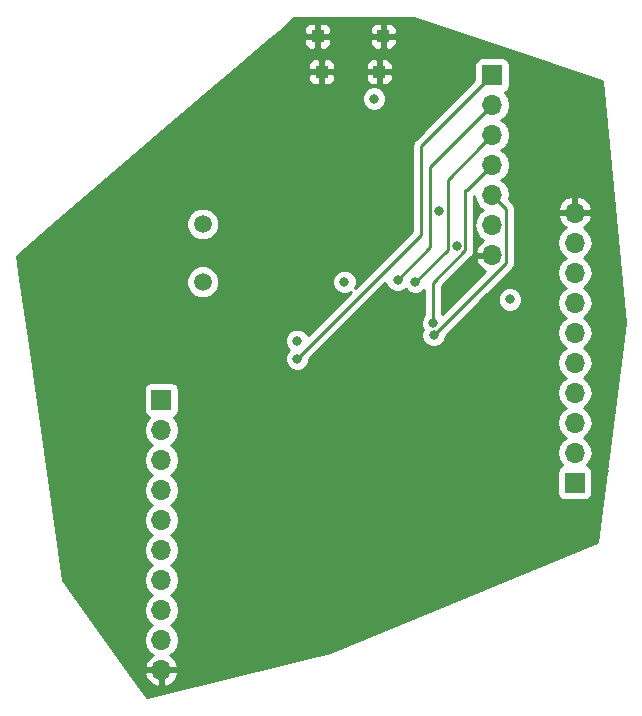
<source format=gbr>
G04 #@! TF.GenerationSoftware,KiCad,Pcbnew,5.0.0+dfsg1-2*
G04 #@! TF.CreationDate,2018-10-17T02:30:28+04:00*
G04 #@! TF.ProjectId,avrUsb,6176725573622E6B696361645F706362,rev?*
G04 #@! TF.SameCoordinates,Original*
G04 #@! TF.FileFunction,Copper,L4,Bot,Signal*
G04 #@! TF.FilePolarity,Positive*
%FSLAX46Y46*%
G04 Gerber Fmt 4.6, Leading zero omitted, Abs format (unit mm)*
G04 Created by KiCad (PCBNEW 5.0.0+dfsg1-2) date Wed Oct 17 02:30:28 2018*
%MOMM*%
%LPD*%
G01*
G04 APERTURE LIST*
G04 #@! TA.AperFunction,ComponentPad*
%ADD10R,1.700000X1.700000*%
G04 #@! TD*
G04 #@! TA.AperFunction,ComponentPad*
%ADD11O,1.700000X1.700000*%
G04 #@! TD*
G04 #@! TA.AperFunction,ComponentPad*
%ADD12R,1.016000X1.016000*%
G04 #@! TD*
G04 #@! TA.AperFunction,ComponentPad*
%ADD13C,1.500000*%
G04 #@! TD*
G04 #@! TA.AperFunction,ViaPad*
%ADD14C,0.800000*%
G04 #@! TD*
G04 #@! TA.AperFunction,Conductor*
%ADD15C,0.250000*%
G04 #@! TD*
G04 #@! TA.AperFunction,Conductor*
%ADD16C,0.254000*%
G04 #@! TD*
G04 APERTURE END LIST*
D10*
G04 #@! TO.P,J1,1*
G04 #@! TO.N,Net-(J1-Pad1)*
X200500000Y-71500000D03*
D11*
G04 #@! TO.P,J1,2*
G04 #@! TO.N,Net-(J1-Pad2)*
X200500000Y-74040000D03*
G04 #@! TO.P,J1,3*
G04 #@! TO.N,Net-(J1-Pad3)*
X200500000Y-76580000D03*
G04 #@! TO.P,J1,4*
G04 #@! TO.N,Net-(J1-Pad4)*
X200500000Y-79120000D03*
G04 #@! TO.P,J1,5*
G04 #@! TO.N,Net-(J1-Pad5)*
X200500000Y-81660000D03*
G04 #@! TO.P,J1,6*
G04 #@! TO.N,VCC*
X200500000Y-84200000D03*
G04 #@! TO.P,J1,7*
G04 #@! TO.N,GND*
X200500000Y-86740000D03*
G04 #@! TD*
D10*
G04 #@! TO.P,J2,1*
G04 #@! TO.N,Net-(J2-Pad1)*
X207500000Y-106000000D03*
D11*
G04 #@! TO.P,J2,2*
G04 #@! TO.N,Net-(J2-Pad2)*
X207500000Y-103460000D03*
G04 #@! TO.P,J2,3*
G04 #@! TO.N,Net-(J2-Pad3)*
X207500000Y-100920000D03*
G04 #@! TO.P,J2,4*
G04 #@! TO.N,Net-(J2-Pad4)*
X207500000Y-98380000D03*
G04 #@! TO.P,J2,5*
G04 #@! TO.N,Net-(J2-Pad5)*
X207500000Y-95840000D03*
G04 #@! TO.P,J2,6*
G04 #@! TO.N,Net-(J2-Pad6)*
X207500000Y-93300000D03*
G04 #@! TO.P,J2,7*
G04 #@! TO.N,Net-(J2-Pad7)*
X207500000Y-90760000D03*
G04 #@! TO.P,J2,8*
G04 #@! TO.N,Net-(J2-Pad8)*
X207500000Y-88220000D03*
G04 #@! TO.P,J2,9*
G04 #@! TO.N,VCC*
X207500000Y-85680000D03*
G04 #@! TO.P,J2,10*
G04 #@! TO.N,GND*
X207500000Y-83140000D03*
G04 #@! TD*
G04 #@! TO.P,J3,10*
G04 #@! TO.N,GND*
X172500000Y-121860000D03*
G04 #@! TO.P,J3,9*
G04 #@! TO.N,VCC*
X172500000Y-119320000D03*
G04 #@! TO.P,J3,8*
G04 #@! TO.N,Net-(J3-Pad8)*
X172500000Y-116780000D03*
G04 #@! TO.P,J3,7*
G04 #@! TO.N,Net-(J3-Pad7)*
X172500000Y-114240000D03*
G04 #@! TO.P,J3,6*
G04 #@! TO.N,Net-(J3-Pad6)*
X172500000Y-111700000D03*
G04 #@! TO.P,J3,5*
G04 #@! TO.N,Net-(J3-Pad5)*
X172500000Y-109160000D03*
G04 #@! TO.P,J3,4*
G04 #@! TO.N,Net-(J3-Pad4)*
X172500000Y-106620000D03*
G04 #@! TO.P,J3,3*
G04 #@! TO.N,Net-(J3-Pad3)*
X172500000Y-104080000D03*
G04 #@! TO.P,J3,2*
G04 #@! TO.N,Net-(J3-Pad2)*
X172500000Y-101540000D03*
D10*
G04 #@! TO.P,J3,1*
G04 #@! TO.N,Net-(J3-Pad1)*
X172500000Y-99000000D03*
G04 #@! TD*
D12*
G04 #@! TO.P,X1,SPRT@1*
G04 #@! TO.N,GND*
X191274950Y-68200021D03*
G04 #@! TO.P,X1,SPRT@2*
X185725050Y-68200021D03*
G04 #@! TO.P,X1,SPRT@3*
X190925700Y-71229987D03*
G04 #@! TO.P,X1,SPRT@4*
X186074300Y-71229987D03*
G04 #@! TD*
D13*
G04 #@! TO.P,Y1,1*
G04 #@! TO.N,Net-(C1-Pad2)*
X176000000Y-89000000D03*
G04 #@! TO.P,Y1,2*
G04 #@! TO.N,Net-(C2-Pad2)*
X176000000Y-84120000D03*
G04 #@! TD*
D14*
G04 #@! TO.N,GND*
X189000000Y-93500000D03*
X189000000Y-95500000D03*
X191500000Y-95500000D03*
X191500000Y-93500000D03*
X174500000Y-87000000D03*
X171000000Y-87000000D03*
X161500000Y-87000000D03*
X185500000Y-90000000D03*
X180000000Y-88000000D03*
X170000000Y-100500000D03*
X170000000Y-107500000D03*
X170000000Y-116500000D03*
X170000000Y-110000000D03*
X170000000Y-121000000D03*
X210000000Y-105000000D03*
X210500000Y-97000000D03*
X209500000Y-89000000D03*
X210000000Y-84500000D03*
X209500000Y-81000000D03*
X195000000Y-71500000D03*
X183000000Y-72000000D03*
X182500000Y-84500000D03*
X176500000Y-94000000D03*
X173500000Y-93000000D03*
X172000000Y-94500000D03*
X175000000Y-95500000D03*
X185000000Y-84500000D03*
X185000000Y-82000000D03*
X185000000Y-78500000D03*
X185000000Y-75500000D03*
X185000000Y-74500000D03*
X194000000Y-76500000D03*
X192500000Y-76500000D03*
X193000000Y-78500000D03*
X193000000Y-81000000D03*
X193000000Y-83000000D03*
X196000000Y-83000000D03*
X197500000Y-86000000D03*
X192000000Y-108000000D03*
X195500000Y-108000000D03*
X198000000Y-110000000D03*
X196000000Y-114000000D03*
X192500000Y-114500000D03*
X191000000Y-112500000D03*
X198000000Y-89000000D03*
X203500000Y-93500000D03*
X205000000Y-92000000D03*
X205000000Y-94500000D03*
X196500000Y-100500000D03*
X199000000Y-100500000D03*
X202500000Y-100000000D03*
X204500000Y-101500000D03*
X202500000Y-102000000D03*
X199500000Y-102000000D03*
X198000000Y-104500000D03*
X202500000Y-105000000D03*
X201000000Y-104500000D03*
X204000000Y-104500000D03*
X199500000Y-93500000D03*
X198000000Y-93500000D03*
X200500000Y-93000000D03*
X176500000Y-100000000D03*
X175000000Y-102500000D03*
X175500000Y-105500000D03*
X178500000Y-103000000D03*
X175500000Y-107500000D03*
X175000000Y-110500000D03*
X175000000Y-113000000D03*
X181000000Y-112500000D03*
X185500000Y-109000000D03*
X188000000Y-105000000D03*
X190000000Y-105000000D03*
X186000000Y-110000000D03*
X185000000Y-114500000D03*
X205000000Y-86500000D03*
X203500000Y-82500000D03*
X203500000Y-87500000D03*
X204500000Y-89500000D03*
G04 #@! TO.N,VCC*
X190500000Y-73500000D03*
X188000000Y-89000000D03*
X184000000Y-94000000D03*
X202000000Y-90500000D03*
G04 #@! TO.N,Net-(J1-Pad1)*
X184000000Y-95500000D03*
G04 #@! TO.N,Net-(J1-Pad2)*
X192491718Y-88850921D03*
G04 #@! TO.N,Net-(J1-Pad3)*
X194000000Y-89000000D03*
G04 #@! TO.N,Net-(J1-Pad4)*
X195500000Y-92500000D03*
G04 #@! TO.N,Net-(J1-Pad5)*
X195553435Y-93498573D03*
G04 #@! TD*
D15*
G04 #@! TO.N,Net-(J1-Pad1)*
X194500000Y-77500000D02*
X200500000Y-71500000D01*
X184000000Y-95500000D02*
X194500000Y-85000000D01*
X194500000Y-85000000D02*
X194500000Y-77500000D01*
G04 #@! TO.N,Net-(J1-Pad2)*
X199650001Y-74889999D02*
X200500000Y-74040000D01*
X195274999Y-79265001D02*
X199650001Y-74889999D01*
X195274999Y-86067640D02*
X195274999Y-79265001D01*
X192491718Y-88850921D02*
X195274999Y-86067640D01*
G04 #@! TO.N,Net-(J1-Pad3)*
X199650001Y-77429999D02*
X200500000Y-76580000D01*
X196725001Y-86274999D02*
X196725001Y-80354999D01*
X196725001Y-80354999D02*
X199650001Y-77429999D01*
X194000000Y-89000000D02*
X196725001Y-86274999D01*
G04 #@! TO.N,Net-(J1-Pad4)*
X198225001Y-86348001D02*
X198225001Y-81225001D01*
X195500000Y-92500000D02*
X195500000Y-89073002D01*
X195500000Y-89073002D02*
X198225001Y-86348001D01*
X198394999Y-81225001D02*
X200500000Y-79120000D01*
X198225001Y-81225001D02*
X198394999Y-81225001D01*
G04 #@! TO.N,Net-(J1-Pad5)*
X201349999Y-82509999D02*
X200500000Y-81660000D01*
X201675001Y-82835001D02*
X201349999Y-82509999D01*
X201675001Y-87398001D02*
X201675001Y-82835001D01*
X195574429Y-93498573D02*
X201675001Y-87398001D01*
X195553435Y-93498573D02*
X195574429Y-93498573D01*
G04 #@! TD*
D16*
G04 #@! TO.N,GND*
G36*
X209837017Y-72027411D02*
X211785566Y-92487184D01*
X209349610Y-111000458D01*
X186777179Y-120323855D01*
X171296775Y-124193956D01*
X169884586Y-122216890D01*
X171058524Y-122216890D01*
X171228355Y-122626924D01*
X171618642Y-123055183D01*
X172143108Y-123301486D01*
X172373000Y-123180819D01*
X172373000Y-121987000D01*
X172627000Y-121987000D01*
X172627000Y-123180819D01*
X172856892Y-123301486D01*
X173381358Y-123055183D01*
X173771645Y-122626924D01*
X173941476Y-122216890D01*
X173820155Y-121987000D01*
X172627000Y-121987000D01*
X172373000Y-121987000D01*
X171179845Y-121987000D01*
X171058524Y-122216890D01*
X169884586Y-122216890D01*
X164178380Y-114228202D01*
X162365780Y-101540000D01*
X170985908Y-101540000D01*
X171101161Y-102119418D01*
X171429375Y-102610625D01*
X171727761Y-102810000D01*
X171429375Y-103009375D01*
X171101161Y-103500582D01*
X170985908Y-104080000D01*
X171101161Y-104659418D01*
X171429375Y-105150625D01*
X171727761Y-105350000D01*
X171429375Y-105549375D01*
X171101161Y-106040582D01*
X170985908Y-106620000D01*
X171101161Y-107199418D01*
X171429375Y-107690625D01*
X171727761Y-107890000D01*
X171429375Y-108089375D01*
X171101161Y-108580582D01*
X170985908Y-109160000D01*
X171101161Y-109739418D01*
X171429375Y-110230625D01*
X171727761Y-110430000D01*
X171429375Y-110629375D01*
X171101161Y-111120582D01*
X170985908Y-111700000D01*
X171101161Y-112279418D01*
X171429375Y-112770625D01*
X171727761Y-112970000D01*
X171429375Y-113169375D01*
X171101161Y-113660582D01*
X170985908Y-114240000D01*
X171101161Y-114819418D01*
X171429375Y-115310625D01*
X171727761Y-115510000D01*
X171429375Y-115709375D01*
X171101161Y-116200582D01*
X170985908Y-116780000D01*
X171101161Y-117359418D01*
X171429375Y-117850625D01*
X171727761Y-118050000D01*
X171429375Y-118249375D01*
X171101161Y-118740582D01*
X170985908Y-119320000D01*
X171101161Y-119899418D01*
X171429375Y-120390625D01*
X171748478Y-120603843D01*
X171618642Y-120664817D01*
X171228355Y-121093076D01*
X171058524Y-121503110D01*
X171179845Y-121733000D01*
X172373000Y-121733000D01*
X172373000Y-121713000D01*
X172627000Y-121713000D01*
X172627000Y-121733000D01*
X173820155Y-121733000D01*
X173941476Y-121503110D01*
X173771645Y-121093076D01*
X173381358Y-120664817D01*
X173251522Y-120603843D01*
X173570625Y-120390625D01*
X173898839Y-119899418D01*
X174014092Y-119320000D01*
X173898839Y-118740582D01*
X173570625Y-118249375D01*
X173272239Y-118050000D01*
X173570625Y-117850625D01*
X173898839Y-117359418D01*
X174014092Y-116780000D01*
X173898839Y-116200582D01*
X173570625Y-115709375D01*
X173272239Y-115510000D01*
X173570625Y-115310625D01*
X173898839Y-114819418D01*
X174014092Y-114240000D01*
X173898839Y-113660582D01*
X173570625Y-113169375D01*
X173272239Y-112970000D01*
X173570625Y-112770625D01*
X173898839Y-112279418D01*
X174014092Y-111700000D01*
X173898839Y-111120582D01*
X173570625Y-110629375D01*
X173272239Y-110430000D01*
X173570625Y-110230625D01*
X173898839Y-109739418D01*
X174014092Y-109160000D01*
X173898839Y-108580582D01*
X173570625Y-108089375D01*
X173272239Y-107890000D01*
X173570625Y-107690625D01*
X173898839Y-107199418D01*
X174014092Y-106620000D01*
X173898839Y-106040582D01*
X173570625Y-105549375D01*
X173272239Y-105350000D01*
X173570625Y-105150625D01*
X173898839Y-104659418D01*
X174014092Y-104080000D01*
X173898839Y-103500582D01*
X173570625Y-103009375D01*
X173272239Y-102810000D01*
X173570625Y-102610625D01*
X173898839Y-102119418D01*
X174014092Y-101540000D01*
X173898839Y-100960582D01*
X173570625Y-100469375D01*
X173552381Y-100457184D01*
X173597765Y-100448157D01*
X173807809Y-100307809D01*
X173948157Y-100097765D01*
X173997440Y-99850000D01*
X173997440Y-98150000D01*
X173948157Y-97902235D01*
X173807809Y-97692191D01*
X173597765Y-97551843D01*
X173350000Y-97502560D01*
X171650000Y-97502560D01*
X171402235Y-97551843D01*
X171192191Y-97692191D01*
X171051843Y-97902235D01*
X171002560Y-98150000D01*
X171002560Y-99850000D01*
X171051843Y-100097765D01*
X171192191Y-100307809D01*
X171402235Y-100448157D01*
X171447619Y-100457184D01*
X171429375Y-100469375D01*
X171101161Y-100960582D01*
X170985908Y-101540000D01*
X162365780Y-101540000D01*
X161259227Y-93794126D01*
X182965000Y-93794126D01*
X182965000Y-94205874D01*
X183122569Y-94586280D01*
X183286289Y-94750000D01*
X183122569Y-94913720D01*
X182965000Y-95294126D01*
X182965000Y-95705874D01*
X183122569Y-96086280D01*
X183413720Y-96377431D01*
X183794126Y-96535000D01*
X184205874Y-96535000D01*
X184586280Y-96377431D01*
X184877431Y-96086280D01*
X185035000Y-95705874D01*
X185035000Y-95539801D01*
X191474669Y-89100133D01*
X191614287Y-89437201D01*
X191905438Y-89728352D01*
X192285844Y-89885921D01*
X192697592Y-89885921D01*
X193077998Y-89728352D01*
X193171320Y-89635031D01*
X193413720Y-89877431D01*
X193794126Y-90035000D01*
X194205874Y-90035000D01*
X194586280Y-89877431D01*
X194740001Y-89723710D01*
X194740000Y-91796289D01*
X194622569Y-91913720D01*
X194465000Y-92294126D01*
X194465000Y-92705874D01*
X194613253Y-93063788D01*
X194518435Y-93292699D01*
X194518435Y-93704447D01*
X194676004Y-94084853D01*
X194967155Y-94376004D01*
X195347561Y-94533573D01*
X195759309Y-94533573D01*
X196139715Y-94376004D01*
X196430866Y-94084853D01*
X196588435Y-93704447D01*
X196588435Y-93559368D01*
X199853677Y-90294126D01*
X200965000Y-90294126D01*
X200965000Y-90705874D01*
X201122569Y-91086280D01*
X201413720Y-91377431D01*
X201794126Y-91535000D01*
X202205874Y-91535000D01*
X202586280Y-91377431D01*
X202877431Y-91086280D01*
X203035000Y-90705874D01*
X203035000Y-90294126D01*
X202877431Y-89913720D01*
X202586280Y-89622569D01*
X202205874Y-89465000D01*
X201794126Y-89465000D01*
X201413720Y-89622569D01*
X201122569Y-89913720D01*
X200965000Y-90294126D01*
X199853677Y-90294126D01*
X202159474Y-87988330D01*
X202222930Y-87945930D01*
X202303163Y-87825853D01*
X202390905Y-87694539D01*
X202406726Y-87615000D01*
X202435001Y-87472853D01*
X202435001Y-87472849D01*
X202449889Y-87398001D01*
X202435001Y-87323153D01*
X202435001Y-85680000D01*
X205985908Y-85680000D01*
X206101161Y-86259418D01*
X206429375Y-86750625D01*
X206727761Y-86950000D01*
X206429375Y-87149375D01*
X206101161Y-87640582D01*
X205985908Y-88220000D01*
X206101161Y-88799418D01*
X206429375Y-89290625D01*
X206727761Y-89490000D01*
X206429375Y-89689375D01*
X206101161Y-90180582D01*
X205985908Y-90760000D01*
X206101161Y-91339418D01*
X206429375Y-91830625D01*
X206727761Y-92030000D01*
X206429375Y-92229375D01*
X206101161Y-92720582D01*
X205985908Y-93300000D01*
X206101161Y-93879418D01*
X206429375Y-94370625D01*
X206727761Y-94570000D01*
X206429375Y-94769375D01*
X206101161Y-95260582D01*
X205985908Y-95840000D01*
X206101161Y-96419418D01*
X206429375Y-96910625D01*
X206727761Y-97110000D01*
X206429375Y-97309375D01*
X206101161Y-97800582D01*
X205985908Y-98380000D01*
X206101161Y-98959418D01*
X206429375Y-99450625D01*
X206727761Y-99650000D01*
X206429375Y-99849375D01*
X206101161Y-100340582D01*
X205985908Y-100920000D01*
X206101161Y-101499418D01*
X206429375Y-101990625D01*
X206727761Y-102190000D01*
X206429375Y-102389375D01*
X206101161Y-102880582D01*
X205985908Y-103460000D01*
X206101161Y-104039418D01*
X206429375Y-104530625D01*
X206447619Y-104542816D01*
X206402235Y-104551843D01*
X206192191Y-104692191D01*
X206051843Y-104902235D01*
X206002560Y-105150000D01*
X206002560Y-106850000D01*
X206051843Y-107097765D01*
X206192191Y-107307809D01*
X206402235Y-107448157D01*
X206650000Y-107497440D01*
X208350000Y-107497440D01*
X208597765Y-107448157D01*
X208807809Y-107307809D01*
X208948157Y-107097765D01*
X208997440Y-106850000D01*
X208997440Y-105150000D01*
X208948157Y-104902235D01*
X208807809Y-104692191D01*
X208597765Y-104551843D01*
X208552381Y-104542816D01*
X208570625Y-104530625D01*
X208898839Y-104039418D01*
X209014092Y-103460000D01*
X208898839Y-102880582D01*
X208570625Y-102389375D01*
X208272239Y-102190000D01*
X208570625Y-101990625D01*
X208898839Y-101499418D01*
X209014092Y-100920000D01*
X208898839Y-100340582D01*
X208570625Y-99849375D01*
X208272239Y-99650000D01*
X208570625Y-99450625D01*
X208898839Y-98959418D01*
X209014092Y-98380000D01*
X208898839Y-97800582D01*
X208570625Y-97309375D01*
X208272239Y-97110000D01*
X208570625Y-96910625D01*
X208898839Y-96419418D01*
X209014092Y-95840000D01*
X208898839Y-95260582D01*
X208570625Y-94769375D01*
X208272239Y-94570000D01*
X208570625Y-94370625D01*
X208898839Y-93879418D01*
X209014092Y-93300000D01*
X208898839Y-92720582D01*
X208570625Y-92229375D01*
X208272239Y-92030000D01*
X208570625Y-91830625D01*
X208898839Y-91339418D01*
X209014092Y-90760000D01*
X208898839Y-90180582D01*
X208570625Y-89689375D01*
X208272239Y-89490000D01*
X208570625Y-89290625D01*
X208898839Y-88799418D01*
X209014092Y-88220000D01*
X208898839Y-87640582D01*
X208570625Y-87149375D01*
X208272239Y-86950000D01*
X208570625Y-86750625D01*
X208898839Y-86259418D01*
X209014092Y-85680000D01*
X208898839Y-85100582D01*
X208570625Y-84609375D01*
X208251522Y-84396157D01*
X208381358Y-84335183D01*
X208771645Y-83906924D01*
X208941476Y-83496890D01*
X208820155Y-83267000D01*
X207627000Y-83267000D01*
X207627000Y-83287000D01*
X207373000Y-83287000D01*
X207373000Y-83267000D01*
X206179845Y-83267000D01*
X206058524Y-83496890D01*
X206228355Y-83906924D01*
X206618642Y-84335183D01*
X206748478Y-84396157D01*
X206429375Y-84609375D01*
X206101161Y-85100582D01*
X205985908Y-85680000D01*
X202435001Y-85680000D01*
X202435001Y-82909847D01*
X202449889Y-82835000D01*
X202439568Y-82783110D01*
X206058524Y-82783110D01*
X206179845Y-83013000D01*
X207373000Y-83013000D01*
X207373000Y-81819181D01*
X207627000Y-81819181D01*
X207627000Y-83013000D01*
X208820155Y-83013000D01*
X208941476Y-82783110D01*
X208771645Y-82373076D01*
X208381358Y-81944817D01*
X207856892Y-81698514D01*
X207627000Y-81819181D01*
X207373000Y-81819181D01*
X207143108Y-81698514D01*
X206618642Y-81944817D01*
X206228355Y-82373076D01*
X206058524Y-82783110D01*
X202439568Y-82783110D01*
X202435001Y-82760153D01*
X202435001Y-82760149D01*
X202390905Y-82538464D01*
X202222930Y-82287072D01*
X202159471Y-82244670D01*
X201941209Y-82026408D01*
X202014092Y-81660000D01*
X201898839Y-81080582D01*
X201570625Y-80589375D01*
X201272239Y-80390000D01*
X201570625Y-80190625D01*
X201898839Y-79699418D01*
X202014092Y-79120000D01*
X201898839Y-78540582D01*
X201570625Y-78049375D01*
X201272239Y-77850000D01*
X201570625Y-77650625D01*
X201898839Y-77159418D01*
X202014092Y-76580000D01*
X201898839Y-76000582D01*
X201570625Y-75509375D01*
X201272239Y-75310000D01*
X201570625Y-75110625D01*
X201898839Y-74619418D01*
X202014092Y-74040000D01*
X201898839Y-73460582D01*
X201570625Y-72969375D01*
X201552381Y-72957184D01*
X201597765Y-72948157D01*
X201807809Y-72807809D01*
X201948157Y-72597765D01*
X201997440Y-72350000D01*
X201997440Y-70650000D01*
X201948157Y-70402235D01*
X201807809Y-70192191D01*
X201597765Y-70051843D01*
X201350000Y-70002560D01*
X199650000Y-70002560D01*
X199402235Y-70051843D01*
X199192191Y-70192191D01*
X199051843Y-70402235D01*
X199002560Y-70650000D01*
X199002560Y-71922637D01*
X194015528Y-76909671D01*
X193952072Y-76952071D01*
X193909672Y-77015527D01*
X193909671Y-77015528D01*
X193784097Y-77203463D01*
X193725112Y-77500000D01*
X193740001Y-77574852D01*
X193740000Y-84685197D01*
X188904664Y-89520534D01*
X189035000Y-89205874D01*
X189035000Y-88794126D01*
X188877431Y-88413720D01*
X188586280Y-88122569D01*
X188205874Y-87965000D01*
X187794126Y-87965000D01*
X187413720Y-88122569D01*
X187122569Y-88413720D01*
X186965000Y-88794126D01*
X186965000Y-89205874D01*
X187122569Y-89586280D01*
X187413720Y-89877431D01*
X187794126Y-90035000D01*
X188205874Y-90035000D01*
X188520534Y-89904664D01*
X184916693Y-93508506D01*
X184877431Y-93413720D01*
X184586280Y-93122569D01*
X184205874Y-92965000D01*
X183794126Y-92965000D01*
X183413720Y-93122569D01*
X183122569Y-93413720D01*
X182965000Y-93794126D01*
X161259227Y-93794126D01*
X160534995Y-88724506D01*
X174615000Y-88724506D01*
X174615000Y-89275494D01*
X174825853Y-89784540D01*
X175215460Y-90174147D01*
X175724506Y-90385000D01*
X176275494Y-90385000D01*
X176784540Y-90174147D01*
X177174147Y-89784540D01*
X177385000Y-89275494D01*
X177385000Y-88724506D01*
X177174147Y-88215460D01*
X176784540Y-87825853D01*
X176275494Y-87615000D01*
X175724506Y-87615000D01*
X175215460Y-87825853D01*
X174825853Y-88215460D01*
X174615000Y-88724506D01*
X160534995Y-88724506D01*
X160258095Y-86786211D01*
X163702042Y-83844506D01*
X174615000Y-83844506D01*
X174615000Y-84395494D01*
X174825853Y-84904540D01*
X175215460Y-85294147D01*
X175724506Y-85505000D01*
X176275494Y-85505000D01*
X176784540Y-85294147D01*
X177174147Y-84904540D01*
X177385000Y-84395494D01*
X177385000Y-83844506D01*
X177174147Y-83335460D01*
X176784540Y-82945853D01*
X176275494Y-82735000D01*
X175724506Y-82735000D01*
X175215460Y-82945853D01*
X174825853Y-83335460D01*
X174615000Y-83844506D01*
X163702042Y-83844506D01*
X176053706Y-73294126D01*
X189465000Y-73294126D01*
X189465000Y-73705874D01*
X189622569Y-74086280D01*
X189913720Y-74377431D01*
X190294126Y-74535000D01*
X190705874Y-74535000D01*
X191086280Y-74377431D01*
X191377431Y-74086280D01*
X191535000Y-73705874D01*
X191535000Y-73294126D01*
X191377431Y-72913720D01*
X191086280Y-72622569D01*
X190705874Y-72465000D01*
X190294126Y-72465000D01*
X189913720Y-72622569D01*
X189622569Y-72913720D01*
X189465000Y-73294126D01*
X176053706Y-73294126D01*
X178135723Y-71515737D01*
X184931300Y-71515737D01*
X184931300Y-71864297D01*
X185027973Y-72097686D01*
X185206602Y-72276314D01*
X185439991Y-72372987D01*
X185788550Y-72372987D01*
X185947300Y-72214237D01*
X185947300Y-71356987D01*
X186201300Y-71356987D01*
X186201300Y-72214237D01*
X186360050Y-72372987D01*
X186708609Y-72372987D01*
X186941998Y-72276314D01*
X187120627Y-72097686D01*
X187217300Y-71864297D01*
X187217300Y-71515737D01*
X189782700Y-71515737D01*
X189782700Y-71864297D01*
X189879373Y-72097686D01*
X190058002Y-72276314D01*
X190291391Y-72372987D01*
X190639950Y-72372987D01*
X190798700Y-72214237D01*
X190798700Y-71356987D01*
X191052700Y-71356987D01*
X191052700Y-72214237D01*
X191211450Y-72372987D01*
X191560009Y-72372987D01*
X191793398Y-72276314D01*
X191972027Y-72097686D01*
X192068700Y-71864297D01*
X192068700Y-71515737D01*
X191909950Y-71356987D01*
X191052700Y-71356987D01*
X190798700Y-71356987D01*
X189941450Y-71356987D01*
X189782700Y-71515737D01*
X187217300Y-71515737D01*
X187058550Y-71356987D01*
X186201300Y-71356987D01*
X185947300Y-71356987D01*
X185090050Y-71356987D01*
X184931300Y-71515737D01*
X178135723Y-71515737D01*
X179212866Y-70595677D01*
X184931300Y-70595677D01*
X184931300Y-70944237D01*
X185090050Y-71102987D01*
X185947300Y-71102987D01*
X185947300Y-70245737D01*
X186201300Y-70245737D01*
X186201300Y-71102987D01*
X187058550Y-71102987D01*
X187217300Y-70944237D01*
X187217300Y-70595677D01*
X189782700Y-70595677D01*
X189782700Y-70944237D01*
X189941450Y-71102987D01*
X190798700Y-71102987D01*
X190798700Y-70245737D01*
X191052700Y-70245737D01*
X191052700Y-71102987D01*
X191909950Y-71102987D01*
X192068700Y-70944237D01*
X192068700Y-70595677D01*
X191972027Y-70362288D01*
X191793398Y-70183660D01*
X191560009Y-70086987D01*
X191211450Y-70086987D01*
X191052700Y-70245737D01*
X190798700Y-70245737D01*
X190639950Y-70086987D01*
X190291391Y-70086987D01*
X190058002Y-70183660D01*
X189879373Y-70362288D01*
X189782700Y-70595677D01*
X187217300Y-70595677D01*
X187120627Y-70362288D01*
X186941998Y-70183660D01*
X186708609Y-70086987D01*
X186360050Y-70086987D01*
X186201300Y-70245737D01*
X185947300Y-70245737D01*
X185788550Y-70086987D01*
X185439991Y-70086987D01*
X185206602Y-70183660D01*
X185027973Y-70362288D01*
X184931300Y-70595677D01*
X179212866Y-70595677D01*
X181683001Y-68485771D01*
X184582050Y-68485771D01*
X184582050Y-68834331D01*
X184678723Y-69067720D01*
X184857352Y-69246348D01*
X185090741Y-69343021D01*
X185439300Y-69343021D01*
X185598050Y-69184271D01*
X185598050Y-68327021D01*
X185852050Y-68327021D01*
X185852050Y-69184271D01*
X186010800Y-69343021D01*
X186359359Y-69343021D01*
X186592748Y-69246348D01*
X186771377Y-69067720D01*
X186868050Y-68834331D01*
X186868050Y-68485771D01*
X190131950Y-68485771D01*
X190131950Y-68834331D01*
X190228623Y-69067720D01*
X190407252Y-69246348D01*
X190640641Y-69343021D01*
X190989200Y-69343021D01*
X191147950Y-69184271D01*
X191147950Y-68327021D01*
X191401950Y-68327021D01*
X191401950Y-69184271D01*
X191560700Y-69343021D01*
X191909259Y-69343021D01*
X192142648Y-69246348D01*
X192321277Y-69067720D01*
X192417950Y-68834331D01*
X192417950Y-68485771D01*
X192259200Y-68327021D01*
X191401950Y-68327021D01*
X191147950Y-68327021D01*
X190290700Y-68327021D01*
X190131950Y-68485771D01*
X186868050Y-68485771D01*
X186709300Y-68327021D01*
X185852050Y-68327021D01*
X185598050Y-68327021D01*
X184740800Y-68327021D01*
X184582050Y-68485771D01*
X181683001Y-68485771D01*
X182760144Y-67565711D01*
X184582050Y-67565711D01*
X184582050Y-67914271D01*
X184740800Y-68073021D01*
X185598050Y-68073021D01*
X185598050Y-67215771D01*
X185852050Y-67215771D01*
X185852050Y-68073021D01*
X186709300Y-68073021D01*
X186868050Y-67914271D01*
X186868050Y-67565711D01*
X190131950Y-67565711D01*
X190131950Y-67914271D01*
X190290700Y-68073021D01*
X191147950Y-68073021D01*
X191147950Y-67215771D01*
X191401950Y-67215771D01*
X191401950Y-68073021D01*
X192259200Y-68073021D01*
X192417950Y-67914271D01*
X192417950Y-67565711D01*
X192321277Y-67332322D01*
X192142648Y-67153694D01*
X191909259Y-67057021D01*
X191560700Y-67057021D01*
X191401950Y-67215771D01*
X191147950Y-67215771D01*
X190989200Y-67057021D01*
X190640641Y-67057021D01*
X190407252Y-67153694D01*
X190228623Y-67332322D01*
X190131950Y-67565711D01*
X186868050Y-67565711D01*
X186771377Y-67332322D01*
X186592748Y-67153694D01*
X186359359Y-67057021D01*
X186010800Y-67057021D01*
X185852050Y-67215771D01*
X185598050Y-67215771D01*
X185439300Y-67057021D01*
X185090741Y-67057021D01*
X184857352Y-67153694D01*
X184678723Y-67332322D01*
X184582050Y-67565711D01*
X182760144Y-67565711D01*
X183761953Y-66710000D01*
X193884785Y-66710000D01*
X209837017Y-72027411D01*
X209837017Y-72027411D01*
G37*
X209837017Y-72027411D02*
X211785566Y-92487184D01*
X209349610Y-111000458D01*
X186777179Y-120323855D01*
X171296775Y-124193956D01*
X169884586Y-122216890D01*
X171058524Y-122216890D01*
X171228355Y-122626924D01*
X171618642Y-123055183D01*
X172143108Y-123301486D01*
X172373000Y-123180819D01*
X172373000Y-121987000D01*
X172627000Y-121987000D01*
X172627000Y-123180819D01*
X172856892Y-123301486D01*
X173381358Y-123055183D01*
X173771645Y-122626924D01*
X173941476Y-122216890D01*
X173820155Y-121987000D01*
X172627000Y-121987000D01*
X172373000Y-121987000D01*
X171179845Y-121987000D01*
X171058524Y-122216890D01*
X169884586Y-122216890D01*
X164178380Y-114228202D01*
X162365780Y-101540000D01*
X170985908Y-101540000D01*
X171101161Y-102119418D01*
X171429375Y-102610625D01*
X171727761Y-102810000D01*
X171429375Y-103009375D01*
X171101161Y-103500582D01*
X170985908Y-104080000D01*
X171101161Y-104659418D01*
X171429375Y-105150625D01*
X171727761Y-105350000D01*
X171429375Y-105549375D01*
X171101161Y-106040582D01*
X170985908Y-106620000D01*
X171101161Y-107199418D01*
X171429375Y-107690625D01*
X171727761Y-107890000D01*
X171429375Y-108089375D01*
X171101161Y-108580582D01*
X170985908Y-109160000D01*
X171101161Y-109739418D01*
X171429375Y-110230625D01*
X171727761Y-110430000D01*
X171429375Y-110629375D01*
X171101161Y-111120582D01*
X170985908Y-111700000D01*
X171101161Y-112279418D01*
X171429375Y-112770625D01*
X171727761Y-112970000D01*
X171429375Y-113169375D01*
X171101161Y-113660582D01*
X170985908Y-114240000D01*
X171101161Y-114819418D01*
X171429375Y-115310625D01*
X171727761Y-115510000D01*
X171429375Y-115709375D01*
X171101161Y-116200582D01*
X170985908Y-116780000D01*
X171101161Y-117359418D01*
X171429375Y-117850625D01*
X171727761Y-118050000D01*
X171429375Y-118249375D01*
X171101161Y-118740582D01*
X170985908Y-119320000D01*
X171101161Y-119899418D01*
X171429375Y-120390625D01*
X171748478Y-120603843D01*
X171618642Y-120664817D01*
X171228355Y-121093076D01*
X171058524Y-121503110D01*
X171179845Y-121733000D01*
X172373000Y-121733000D01*
X172373000Y-121713000D01*
X172627000Y-121713000D01*
X172627000Y-121733000D01*
X173820155Y-121733000D01*
X173941476Y-121503110D01*
X173771645Y-121093076D01*
X173381358Y-120664817D01*
X173251522Y-120603843D01*
X173570625Y-120390625D01*
X173898839Y-119899418D01*
X174014092Y-119320000D01*
X173898839Y-118740582D01*
X173570625Y-118249375D01*
X173272239Y-118050000D01*
X173570625Y-117850625D01*
X173898839Y-117359418D01*
X174014092Y-116780000D01*
X173898839Y-116200582D01*
X173570625Y-115709375D01*
X173272239Y-115510000D01*
X173570625Y-115310625D01*
X173898839Y-114819418D01*
X174014092Y-114240000D01*
X173898839Y-113660582D01*
X173570625Y-113169375D01*
X173272239Y-112970000D01*
X173570625Y-112770625D01*
X173898839Y-112279418D01*
X174014092Y-111700000D01*
X173898839Y-111120582D01*
X173570625Y-110629375D01*
X173272239Y-110430000D01*
X173570625Y-110230625D01*
X173898839Y-109739418D01*
X174014092Y-109160000D01*
X173898839Y-108580582D01*
X173570625Y-108089375D01*
X173272239Y-107890000D01*
X173570625Y-107690625D01*
X173898839Y-107199418D01*
X174014092Y-106620000D01*
X173898839Y-106040582D01*
X173570625Y-105549375D01*
X173272239Y-105350000D01*
X173570625Y-105150625D01*
X173898839Y-104659418D01*
X174014092Y-104080000D01*
X173898839Y-103500582D01*
X173570625Y-103009375D01*
X173272239Y-102810000D01*
X173570625Y-102610625D01*
X173898839Y-102119418D01*
X174014092Y-101540000D01*
X173898839Y-100960582D01*
X173570625Y-100469375D01*
X173552381Y-100457184D01*
X173597765Y-100448157D01*
X173807809Y-100307809D01*
X173948157Y-100097765D01*
X173997440Y-99850000D01*
X173997440Y-98150000D01*
X173948157Y-97902235D01*
X173807809Y-97692191D01*
X173597765Y-97551843D01*
X173350000Y-97502560D01*
X171650000Y-97502560D01*
X171402235Y-97551843D01*
X171192191Y-97692191D01*
X171051843Y-97902235D01*
X171002560Y-98150000D01*
X171002560Y-99850000D01*
X171051843Y-100097765D01*
X171192191Y-100307809D01*
X171402235Y-100448157D01*
X171447619Y-100457184D01*
X171429375Y-100469375D01*
X171101161Y-100960582D01*
X170985908Y-101540000D01*
X162365780Y-101540000D01*
X161259227Y-93794126D01*
X182965000Y-93794126D01*
X182965000Y-94205874D01*
X183122569Y-94586280D01*
X183286289Y-94750000D01*
X183122569Y-94913720D01*
X182965000Y-95294126D01*
X182965000Y-95705874D01*
X183122569Y-96086280D01*
X183413720Y-96377431D01*
X183794126Y-96535000D01*
X184205874Y-96535000D01*
X184586280Y-96377431D01*
X184877431Y-96086280D01*
X185035000Y-95705874D01*
X185035000Y-95539801D01*
X191474669Y-89100133D01*
X191614287Y-89437201D01*
X191905438Y-89728352D01*
X192285844Y-89885921D01*
X192697592Y-89885921D01*
X193077998Y-89728352D01*
X193171320Y-89635031D01*
X193413720Y-89877431D01*
X193794126Y-90035000D01*
X194205874Y-90035000D01*
X194586280Y-89877431D01*
X194740001Y-89723710D01*
X194740000Y-91796289D01*
X194622569Y-91913720D01*
X194465000Y-92294126D01*
X194465000Y-92705874D01*
X194613253Y-93063788D01*
X194518435Y-93292699D01*
X194518435Y-93704447D01*
X194676004Y-94084853D01*
X194967155Y-94376004D01*
X195347561Y-94533573D01*
X195759309Y-94533573D01*
X196139715Y-94376004D01*
X196430866Y-94084853D01*
X196588435Y-93704447D01*
X196588435Y-93559368D01*
X199853677Y-90294126D01*
X200965000Y-90294126D01*
X200965000Y-90705874D01*
X201122569Y-91086280D01*
X201413720Y-91377431D01*
X201794126Y-91535000D01*
X202205874Y-91535000D01*
X202586280Y-91377431D01*
X202877431Y-91086280D01*
X203035000Y-90705874D01*
X203035000Y-90294126D01*
X202877431Y-89913720D01*
X202586280Y-89622569D01*
X202205874Y-89465000D01*
X201794126Y-89465000D01*
X201413720Y-89622569D01*
X201122569Y-89913720D01*
X200965000Y-90294126D01*
X199853677Y-90294126D01*
X202159474Y-87988330D01*
X202222930Y-87945930D01*
X202303163Y-87825853D01*
X202390905Y-87694539D01*
X202406726Y-87615000D01*
X202435001Y-87472853D01*
X202435001Y-87472849D01*
X202449889Y-87398001D01*
X202435001Y-87323153D01*
X202435001Y-85680000D01*
X205985908Y-85680000D01*
X206101161Y-86259418D01*
X206429375Y-86750625D01*
X206727761Y-86950000D01*
X206429375Y-87149375D01*
X206101161Y-87640582D01*
X205985908Y-88220000D01*
X206101161Y-88799418D01*
X206429375Y-89290625D01*
X206727761Y-89490000D01*
X206429375Y-89689375D01*
X206101161Y-90180582D01*
X205985908Y-90760000D01*
X206101161Y-91339418D01*
X206429375Y-91830625D01*
X206727761Y-92030000D01*
X206429375Y-92229375D01*
X206101161Y-92720582D01*
X205985908Y-93300000D01*
X206101161Y-93879418D01*
X206429375Y-94370625D01*
X206727761Y-94570000D01*
X206429375Y-94769375D01*
X206101161Y-95260582D01*
X205985908Y-95840000D01*
X206101161Y-96419418D01*
X206429375Y-96910625D01*
X206727761Y-97110000D01*
X206429375Y-97309375D01*
X206101161Y-97800582D01*
X205985908Y-98380000D01*
X206101161Y-98959418D01*
X206429375Y-99450625D01*
X206727761Y-99650000D01*
X206429375Y-99849375D01*
X206101161Y-100340582D01*
X205985908Y-100920000D01*
X206101161Y-101499418D01*
X206429375Y-101990625D01*
X206727761Y-102190000D01*
X206429375Y-102389375D01*
X206101161Y-102880582D01*
X205985908Y-103460000D01*
X206101161Y-104039418D01*
X206429375Y-104530625D01*
X206447619Y-104542816D01*
X206402235Y-104551843D01*
X206192191Y-104692191D01*
X206051843Y-104902235D01*
X206002560Y-105150000D01*
X206002560Y-106850000D01*
X206051843Y-107097765D01*
X206192191Y-107307809D01*
X206402235Y-107448157D01*
X206650000Y-107497440D01*
X208350000Y-107497440D01*
X208597765Y-107448157D01*
X208807809Y-107307809D01*
X208948157Y-107097765D01*
X208997440Y-106850000D01*
X208997440Y-105150000D01*
X208948157Y-104902235D01*
X208807809Y-104692191D01*
X208597765Y-104551843D01*
X208552381Y-104542816D01*
X208570625Y-104530625D01*
X208898839Y-104039418D01*
X209014092Y-103460000D01*
X208898839Y-102880582D01*
X208570625Y-102389375D01*
X208272239Y-102190000D01*
X208570625Y-101990625D01*
X208898839Y-101499418D01*
X209014092Y-100920000D01*
X208898839Y-100340582D01*
X208570625Y-99849375D01*
X208272239Y-99650000D01*
X208570625Y-99450625D01*
X208898839Y-98959418D01*
X209014092Y-98380000D01*
X208898839Y-97800582D01*
X208570625Y-97309375D01*
X208272239Y-97110000D01*
X208570625Y-96910625D01*
X208898839Y-96419418D01*
X209014092Y-95840000D01*
X208898839Y-95260582D01*
X208570625Y-94769375D01*
X208272239Y-94570000D01*
X208570625Y-94370625D01*
X208898839Y-93879418D01*
X209014092Y-93300000D01*
X208898839Y-92720582D01*
X208570625Y-92229375D01*
X208272239Y-92030000D01*
X208570625Y-91830625D01*
X208898839Y-91339418D01*
X209014092Y-90760000D01*
X208898839Y-90180582D01*
X208570625Y-89689375D01*
X208272239Y-89490000D01*
X208570625Y-89290625D01*
X208898839Y-88799418D01*
X209014092Y-88220000D01*
X208898839Y-87640582D01*
X208570625Y-87149375D01*
X208272239Y-86950000D01*
X208570625Y-86750625D01*
X208898839Y-86259418D01*
X209014092Y-85680000D01*
X208898839Y-85100582D01*
X208570625Y-84609375D01*
X208251522Y-84396157D01*
X208381358Y-84335183D01*
X208771645Y-83906924D01*
X208941476Y-83496890D01*
X208820155Y-83267000D01*
X207627000Y-83267000D01*
X207627000Y-83287000D01*
X207373000Y-83287000D01*
X207373000Y-83267000D01*
X206179845Y-83267000D01*
X206058524Y-83496890D01*
X206228355Y-83906924D01*
X206618642Y-84335183D01*
X206748478Y-84396157D01*
X206429375Y-84609375D01*
X206101161Y-85100582D01*
X205985908Y-85680000D01*
X202435001Y-85680000D01*
X202435001Y-82909847D01*
X202449889Y-82835000D01*
X202439568Y-82783110D01*
X206058524Y-82783110D01*
X206179845Y-83013000D01*
X207373000Y-83013000D01*
X207373000Y-81819181D01*
X207627000Y-81819181D01*
X207627000Y-83013000D01*
X208820155Y-83013000D01*
X208941476Y-82783110D01*
X208771645Y-82373076D01*
X208381358Y-81944817D01*
X207856892Y-81698514D01*
X207627000Y-81819181D01*
X207373000Y-81819181D01*
X207143108Y-81698514D01*
X206618642Y-81944817D01*
X206228355Y-82373076D01*
X206058524Y-82783110D01*
X202439568Y-82783110D01*
X202435001Y-82760153D01*
X202435001Y-82760149D01*
X202390905Y-82538464D01*
X202222930Y-82287072D01*
X202159471Y-82244670D01*
X201941209Y-82026408D01*
X202014092Y-81660000D01*
X201898839Y-81080582D01*
X201570625Y-80589375D01*
X201272239Y-80390000D01*
X201570625Y-80190625D01*
X201898839Y-79699418D01*
X202014092Y-79120000D01*
X201898839Y-78540582D01*
X201570625Y-78049375D01*
X201272239Y-77850000D01*
X201570625Y-77650625D01*
X201898839Y-77159418D01*
X202014092Y-76580000D01*
X201898839Y-76000582D01*
X201570625Y-75509375D01*
X201272239Y-75310000D01*
X201570625Y-75110625D01*
X201898839Y-74619418D01*
X202014092Y-74040000D01*
X201898839Y-73460582D01*
X201570625Y-72969375D01*
X201552381Y-72957184D01*
X201597765Y-72948157D01*
X201807809Y-72807809D01*
X201948157Y-72597765D01*
X201997440Y-72350000D01*
X201997440Y-70650000D01*
X201948157Y-70402235D01*
X201807809Y-70192191D01*
X201597765Y-70051843D01*
X201350000Y-70002560D01*
X199650000Y-70002560D01*
X199402235Y-70051843D01*
X199192191Y-70192191D01*
X199051843Y-70402235D01*
X199002560Y-70650000D01*
X199002560Y-71922637D01*
X194015528Y-76909671D01*
X193952072Y-76952071D01*
X193909672Y-77015527D01*
X193909671Y-77015528D01*
X193784097Y-77203463D01*
X193725112Y-77500000D01*
X193740001Y-77574852D01*
X193740000Y-84685197D01*
X188904664Y-89520534D01*
X189035000Y-89205874D01*
X189035000Y-88794126D01*
X188877431Y-88413720D01*
X188586280Y-88122569D01*
X188205874Y-87965000D01*
X187794126Y-87965000D01*
X187413720Y-88122569D01*
X187122569Y-88413720D01*
X186965000Y-88794126D01*
X186965000Y-89205874D01*
X187122569Y-89586280D01*
X187413720Y-89877431D01*
X187794126Y-90035000D01*
X188205874Y-90035000D01*
X188520534Y-89904664D01*
X184916693Y-93508506D01*
X184877431Y-93413720D01*
X184586280Y-93122569D01*
X184205874Y-92965000D01*
X183794126Y-92965000D01*
X183413720Y-93122569D01*
X183122569Y-93413720D01*
X182965000Y-93794126D01*
X161259227Y-93794126D01*
X160534995Y-88724506D01*
X174615000Y-88724506D01*
X174615000Y-89275494D01*
X174825853Y-89784540D01*
X175215460Y-90174147D01*
X175724506Y-90385000D01*
X176275494Y-90385000D01*
X176784540Y-90174147D01*
X177174147Y-89784540D01*
X177385000Y-89275494D01*
X177385000Y-88724506D01*
X177174147Y-88215460D01*
X176784540Y-87825853D01*
X176275494Y-87615000D01*
X175724506Y-87615000D01*
X175215460Y-87825853D01*
X174825853Y-88215460D01*
X174615000Y-88724506D01*
X160534995Y-88724506D01*
X160258095Y-86786211D01*
X163702042Y-83844506D01*
X174615000Y-83844506D01*
X174615000Y-84395494D01*
X174825853Y-84904540D01*
X175215460Y-85294147D01*
X175724506Y-85505000D01*
X176275494Y-85505000D01*
X176784540Y-85294147D01*
X177174147Y-84904540D01*
X177385000Y-84395494D01*
X177385000Y-83844506D01*
X177174147Y-83335460D01*
X176784540Y-82945853D01*
X176275494Y-82735000D01*
X175724506Y-82735000D01*
X175215460Y-82945853D01*
X174825853Y-83335460D01*
X174615000Y-83844506D01*
X163702042Y-83844506D01*
X176053706Y-73294126D01*
X189465000Y-73294126D01*
X189465000Y-73705874D01*
X189622569Y-74086280D01*
X189913720Y-74377431D01*
X190294126Y-74535000D01*
X190705874Y-74535000D01*
X191086280Y-74377431D01*
X191377431Y-74086280D01*
X191535000Y-73705874D01*
X191535000Y-73294126D01*
X191377431Y-72913720D01*
X191086280Y-72622569D01*
X190705874Y-72465000D01*
X190294126Y-72465000D01*
X189913720Y-72622569D01*
X189622569Y-72913720D01*
X189465000Y-73294126D01*
X176053706Y-73294126D01*
X178135723Y-71515737D01*
X184931300Y-71515737D01*
X184931300Y-71864297D01*
X185027973Y-72097686D01*
X185206602Y-72276314D01*
X185439991Y-72372987D01*
X185788550Y-72372987D01*
X185947300Y-72214237D01*
X185947300Y-71356987D01*
X186201300Y-71356987D01*
X186201300Y-72214237D01*
X186360050Y-72372987D01*
X186708609Y-72372987D01*
X186941998Y-72276314D01*
X187120627Y-72097686D01*
X187217300Y-71864297D01*
X187217300Y-71515737D01*
X189782700Y-71515737D01*
X189782700Y-71864297D01*
X189879373Y-72097686D01*
X190058002Y-72276314D01*
X190291391Y-72372987D01*
X190639950Y-72372987D01*
X190798700Y-72214237D01*
X190798700Y-71356987D01*
X191052700Y-71356987D01*
X191052700Y-72214237D01*
X191211450Y-72372987D01*
X191560009Y-72372987D01*
X191793398Y-72276314D01*
X191972027Y-72097686D01*
X192068700Y-71864297D01*
X192068700Y-71515737D01*
X191909950Y-71356987D01*
X191052700Y-71356987D01*
X190798700Y-71356987D01*
X189941450Y-71356987D01*
X189782700Y-71515737D01*
X187217300Y-71515737D01*
X187058550Y-71356987D01*
X186201300Y-71356987D01*
X185947300Y-71356987D01*
X185090050Y-71356987D01*
X184931300Y-71515737D01*
X178135723Y-71515737D01*
X179212866Y-70595677D01*
X184931300Y-70595677D01*
X184931300Y-70944237D01*
X185090050Y-71102987D01*
X185947300Y-71102987D01*
X185947300Y-70245737D01*
X186201300Y-70245737D01*
X186201300Y-71102987D01*
X187058550Y-71102987D01*
X187217300Y-70944237D01*
X187217300Y-70595677D01*
X189782700Y-70595677D01*
X189782700Y-70944237D01*
X189941450Y-71102987D01*
X190798700Y-71102987D01*
X190798700Y-70245737D01*
X191052700Y-70245737D01*
X191052700Y-71102987D01*
X191909950Y-71102987D01*
X192068700Y-70944237D01*
X192068700Y-70595677D01*
X191972027Y-70362288D01*
X191793398Y-70183660D01*
X191560009Y-70086987D01*
X191211450Y-70086987D01*
X191052700Y-70245737D01*
X190798700Y-70245737D01*
X190639950Y-70086987D01*
X190291391Y-70086987D01*
X190058002Y-70183660D01*
X189879373Y-70362288D01*
X189782700Y-70595677D01*
X187217300Y-70595677D01*
X187120627Y-70362288D01*
X186941998Y-70183660D01*
X186708609Y-70086987D01*
X186360050Y-70086987D01*
X186201300Y-70245737D01*
X185947300Y-70245737D01*
X185788550Y-70086987D01*
X185439991Y-70086987D01*
X185206602Y-70183660D01*
X185027973Y-70362288D01*
X184931300Y-70595677D01*
X179212866Y-70595677D01*
X181683001Y-68485771D01*
X184582050Y-68485771D01*
X184582050Y-68834331D01*
X184678723Y-69067720D01*
X184857352Y-69246348D01*
X185090741Y-69343021D01*
X185439300Y-69343021D01*
X185598050Y-69184271D01*
X185598050Y-68327021D01*
X185852050Y-68327021D01*
X185852050Y-69184271D01*
X186010800Y-69343021D01*
X186359359Y-69343021D01*
X186592748Y-69246348D01*
X186771377Y-69067720D01*
X186868050Y-68834331D01*
X186868050Y-68485771D01*
X190131950Y-68485771D01*
X190131950Y-68834331D01*
X190228623Y-69067720D01*
X190407252Y-69246348D01*
X190640641Y-69343021D01*
X190989200Y-69343021D01*
X191147950Y-69184271D01*
X191147950Y-68327021D01*
X191401950Y-68327021D01*
X191401950Y-69184271D01*
X191560700Y-69343021D01*
X191909259Y-69343021D01*
X192142648Y-69246348D01*
X192321277Y-69067720D01*
X192417950Y-68834331D01*
X192417950Y-68485771D01*
X192259200Y-68327021D01*
X191401950Y-68327021D01*
X191147950Y-68327021D01*
X190290700Y-68327021D01*
X190131950Y-68485771D01*
X186868050Y-68485771D01*
X186709300Y-68327021D01*
X185852050Y-68327021D01*
X185598050Y-68327021D01*
X184740800Y-68327021D01*
X184582050Y-68485771D01*
X181683001Y-68485771D01*
X182760144Y-67565711D01*
X184582050Y-67565711D01*
X184582050Y-67914271D01*
X184740800Y-68073021D01*
X185598050Y-68073021D01*
X185598050Y-67215771D01*
X185852050Y-67215771D01*
X185852050Y-68073021D01*
X186709300Y-68073021D01*
X186868050Y-67914271D01*
X186868050Y-67565711D01*
X190131950Y-67565711D01*
X190131950Y-67914271D01*
X190290700Y-68073021D01*
X191147950Y-68073021D01*
X191147950Y-67215771D01*
X191401950Y-67215771D01*
X191401950Y-68073021D01*
X192259200Y-68073021D01*
X192417950Y-67914271D01*
X192417950Y-67565711D01*
X192321277Y-67332322D01*
X192142648Y-67153694D01*
X191909259Y-67057021D01*
X191560700Y-67057021D01*
X191401950Y-67215771D01*
X191147950Y-67215771D01*
X190989200Y-67057021D01*
X190640641Y-67057021D01*
X190407252Y-67153694D01*
X190228623Y-67332322D01*
X190131950Y-67565711D01*
X186868050Y-67565711D01*
X186771377Y-67332322D01*
X186592748Y-67153694D01*
X186359359Y-67057021D01*
X186010800Y-67057021D01*
X185852050Y-67215771D01*
X185598050Y-67215771D01*
X185439300Y-67057021D01*
X185090741Y-67057021D01*
X184857352Y-67153694D01*
X184678723Y-67332322D01*
X184582050Y-67565711D01*
X182760144Y-67565711D01*
X183761953Y-66710000D01*
X193884785Y-66710000D01*
X209837017Y-72027411D01*
G36*
X199101161Y-82239418D02*
X199429375Y-82730625D01*
X199727761Y-82930000D01*
X199429375Y-83129375D01*
X199101161Y-83620582D01*
X198985908Y-84200000D01*
X199101161Y-84779418D01*
X199429375Y-85270625D01*
X199748478Y-85483843D01*
X199618642Y-85544817D01*
X199228355Y-85973076D01*
X199058524Y-86383110D01*
X199179845Y-86613000D01*
X200373000Y-86613000D01*
X200373000Y-86593000D01*
X200627000Y-86593000D01*
X200627000Y-86613000D01*
X200647000Y-86613000D01*
X200647000Y-86867000D01*
X200627000Y-86867000D01*
X200627000Y-86887000D01*
X200373000Y-86887000D01*
X200373000Y-86867000D01*
X199179845Y-86867000D01*
X199058524Y-87096890D01*
X199228355Y-87506924D01*
X199618642Y-87935183D01*
X199921015Y-88077185D01*
X196260000Y-91738201D01*
X196260000Y-89387803D01*
X198709477Y-86938328D01*
X198772930Y-86895930D01*
X198815328Y-86832477D01*
X198815330Y-86832475D01*
X198940904Y-86644539D01*
X198940905Y-86644538D01*
X198985001Y-86422853D01*
X198985001Y-86422849D01*
X198999889Y-86348002D01*
X198985001Y-86273155D01*
X198985001Y-81709963D01*
X198985330Y-81709471D01*
X198994020Y-81700781D01*
X199101161Y-82239418D01*
X199101161Y-82239418D01*
G37*
X199101161Y-82239418D02*
X199429375Y-82730625D01*
X199727761Y-82930000D01*
X199429375Y-83129375D01*
X199101161Y-83620582D01*
X198985908Y-84200000D01*
X199101161Y-84779418D01*
X199429375Y-85270625D01*
X199748478Y-85483843D01*
X199618642Y-85544817D01*
X199228355Y-85973076D01*
X199058524Y-86383110D01*
X199179845Y-86613000D01*
X200373000Y-86613000D01*
X200373000Y-86593000D01*
X200627000Y-86593000D01*
X200627000Y-86613000D01*
X200647000Y-86613000D01*
X200647000Y-86867000D01*
X200627000Y-86867000D01*
X200627000Y-86887000D01*
X200373000Y-86887000D01*
X200373000Y-86867000D01*
X199179845Y-86867000D01*
X199058524Y-87096890D01*
X199228355Y-87506924D01*
X199618642Y-87935183D01*
X199921015Y-88077185D01*
X196260000Y-91738201D01*
X196260000Y-89387803D01*
X198709477Y-86938328D01*
X198772930Y-86895930D01*
X198815328Y-86832477D01*
X198815330Y-86832475D01*
X198940904Y-86644539D01*
X198940905Y-86644538D01*
X198985001Y-86422853D01*
X198985001Y-86422849D01*
X198999889Y-86348002D01*
X198985001Y-86273155D01*
X198985001Y-81709963D01*
X198985330Y-81709471D01*
X198994020Y-81700781D01*
X199101161Y-82239418D01*
G04 #@! TD*
M02*

</source>
